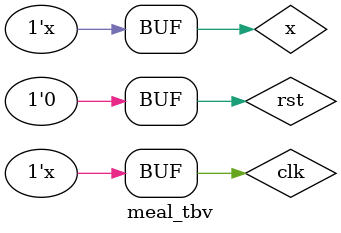
<source format=v>
`timescale 1ns / 1ps

module meal_tbv;
reg clk, rst, x;
wire [4:0] seq;
wire z;

meal u_meal (
.clk(clk), .rst(rst), .x(x),
.seq(seq), .z(z) );

initial begin 
    clk = 1'b0;
    rst = 1'b0;
    x = 1'b0;
end
always clk = #10 ~clk;
always x = #17 ~x;
initial rst <= #800 ~rst;
endmodule

</source>
